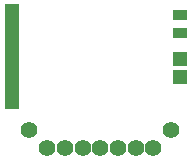
<source format=gts>
G04 #@! TF.FileFunction,Soldermask,Top*
%FSLAX46Y46*%
G04 Gerber Fmt 4.6, Leading zero omitted, Abs format (unit mm)*
G04 Created by KiCad (PCBNEW (2015-08-03 BZR 6047)-product) date Mon 05 Oct 2015 04:51:26 PM CEST*
%MOMM*%
G01*
G04 APERTURE LIST*
%ADD10C,0.100000*%
%ADD11C,1.400000*%
%ADD12R,1.200000X1.200000*%
%ADD13R,1.197560X1.197560*%
%ADD14R,1.300000X0.900000*%
G04 APERTURE END LIST*
D10*
D11*
X103000000Y-100000000D03*
X104500000Y-100000000D03*
X106000000Y-100000000D03*
X107500000Y-100000000D03*
X109000000Y-100000000D03*
X110500000Y-100000000D03*
X112000000Y-100000000D03*
X101500000Y-98500000D03*
X113500000Y-98500000D03*
D12*
X100000000Y-88400000D03*
X100000000Y-89500000D03*
X100000000Y-90600000D03*
X100000000Y-91700000D03*
X100000000Y-92800000D03*
X100000000Y-93900000D03*
X100000000Y-95000000D03*
X100000000Y-96100000D03*
D13*
X114250000Y-92500000D03*
X114250000Y-93998600D03*
D14*
X114250000Y-88750000D03*
X114250000Y-90250000D03*
M02*

</source>
